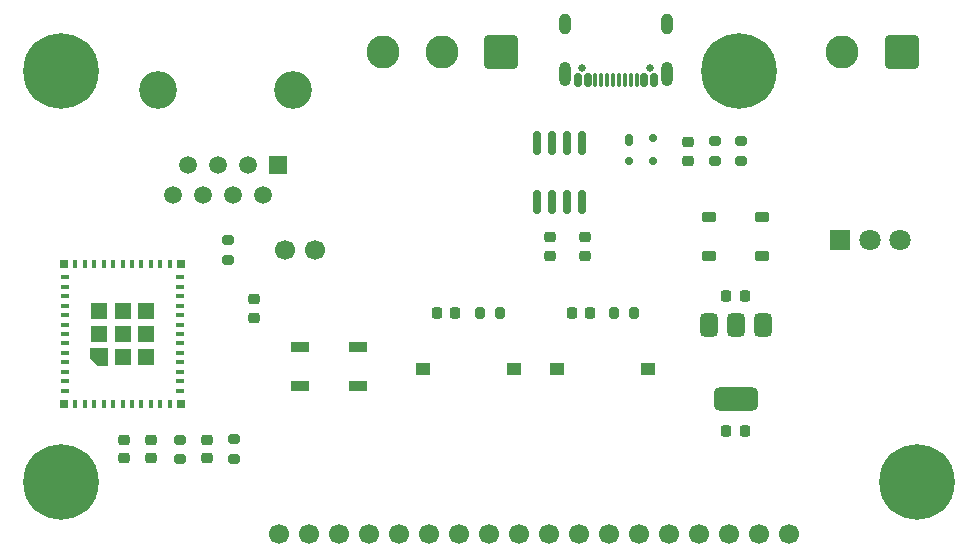
<source format=gbr>
%TF.GenerationSoftware,KiCad,Pcbnew,9.0.4*%
%TF.CreationDate,2025-09-14T05:25:08-04:00*%
%TF.ProjectId,HabitatCAN Dev Board (ESP32),48616269-7461-4744-9341-4e2044657620,3*%
%TF.SameCoordinates,Original*%
%TF.FileFunction,Soldermask,Top*%
%TF.FilePolarity,Negative*%
%FSLAX46Y46*%
G04 Gerber Fmt 4.6, Leading zero omitted, Abs format (unit mm)*
G04 Created by KiCad (PCBNEW 9.0.4) date 2025-09-14 05:25:08*
%MOMM*%
%LPD*%
G01*
G04 APERTURE LIST*
G04 Aperture macros list*
%AMRoundRect*
0 Rectangle with rounded corners*
0 $1 Rounding radius*
0 $2 $3 $4 $5 $6 $7 $8 $9 X,Y pos of 4 corners*
0 Add a 4 corners polygon primitive as box body*
4,1,4,$2,$3,$4,$5,$6,$7,$8,$9,$2,$3,0*
0 Add four circle primitives for the rounded corners*
1,1,$1+$1,$2,$3*
1,1,$1+$1,$4,$5*
1,1,$1+$1,$6,$7*
1,1,$1+$1,$8,$9*
0 Add four rect primitives between the rounded corners*
20,1,$1+$1,$2,$3,$4,$5,0*
20,1,$1+$1,$4,$5,$6,$7,0*
20,1,$1+$1,$6,$7,$8,$9,0*
20,1,$1+$1,$8,$9,$2,$3,0*%
%AMFreePoly0*
4,1,6,0.725000,-0.725000,-0.725000,-0.725000,-0.725000,0.125000,-0.125000,0.725000,0.725000,0.725000,0.725000,-0.725000,0.725000,-0.725000,$1*%
G04 Aperture macros list end*
%ADD10C,1.700000*%
%ADD11RoundRect,0.200000X0.275000X-0.200000X0.275000X0.200000X-0.275000X0.200000X-0.275000X-0.200000X0*%
%ADD12C,0.800000*%
%ADD13C,6.400000*%
%ADD14RoundRect,0.225000X0.375000X-0.225000X0.375000X0.225000X-0.375000X0.225000X-0.375000X-0.225000X0*%
%ADD15RoundRect,0.250001X1.149999X1.149999X-1.149999X1.149999X-1.149999X-1.149999X1.149999X-1.149999X0*%
%ADD16C,2.800000*%
%ADD17RoundRect,0.090000X-0.660000X-0.360000X0.660000X-0.360000X0.660000X0.360000X-0.660000X0.360000X0*%
%ADD18RoundRect,0.225000X-0.250000X0.225000X-0.250000X-0.225000X0.250000X-0.225000X0.250000X0.225000X0*%
%ADD19RoundRect,0.225000X-0.225000X-0.250000X0.225000X-0.250000X0.225000X0.250000X-0.225000X0.250000X0*%
%ADD20R,1.800000X1.800000*%
%ADD21C,1.800000*%
%ADD22RoundRect,0.200000X-0.200000X-0.275000X0.200000X-0.275000X0.200000X0.275000X-0.200000X0.275000X0*%
%ADD23RoundRect,0.225000X0.250000X-0.225000X0.250000X0.225000X-0.250000X0.225000X-0.250000X-0.225000X0*%
%ADD24RoundRect,0.375000X-0.375000X0.625000X-0.375000X-0.625000X0.375000X-0.625000X0.375000X0.625000X0*%
%ADD25RoundRect,0.500000X-1.400000X0.500000X-1.400000X-0.500000X1.400000X-0.500000X1.400000X0.500000X0*%
%ADD26RoundRect,0.175000X-0.175000X-0.325000X0.175000X-0.325000X0.175000X0.325000X-0.175000X0.325000X0*%
%ADD27RoundRect,0.150000X-0.200000X-0.150000X0.200000X-0.150000X0.200000X0.150000X-0.200000X0.150000X0*%
%ADD28R,1.250000X1.000000*%
%ADD29C,0.650000*%
%ADD30RoundRect,0.150000X0.150000X0.425000X-0.150000X0.425000X-0.150000X-0.425000X0.150000X-0.425000X0*%
%ADD31RoundRect,0.075000X0.075000X0.500000X-0.075000X0.500000X-0.075000X-0.500000X0.075000X-0.500000X0*%
%ADD32O,1.000000X2.100000*%
%ADD33O,1.000000X1.800000*%
%ADD34C,3.200000*%
%ADD35R,1.500000X1.500000*%
%ADD36C,1.500000*%
%ADD37R,0.400000X0.800000*%
%ADD38R,0.800000X0.400000*%
%ADD39FreePoly0,90.000000*%
%ADD40R,1.450000X1.450000*%
%ADD41R,0.700000X0.700000*%
%ADD42RoundRect,0.150000X0.150000X-0.825000X0.150000X0.825000X-0.150000X0.825000X-0.150000X-0.825000X0*%
G04 APERTURE END LIST*
D10*
%TO.C,J1*%
X116560000Y-126345000D03*
X119100000Y-126345000D03*
X121640000Y-126345000D03*
X124180000Y-126345000D03*
X126720000Y-126345000D03*
X129260000Y-126345000D03*
X131800000Y-126345000D03*
X134340000Y-126345000D03*
X136880000Y-126345000D03*
X139420000Y-126345000D03*
X141960000Y-126345000D03*
X144500000Y-126345000D03*
X147040000Y-126345000D03*
X149580000Y-126345000D03*
X152120000Y-126345000D03*
X154660000Y-126345000D03*
X157200000Y-126345000D03*
X159740000Y-126345000D03*
%TD*%
D11*
%TO.C,R2*%
X112302944Y-103170000D03*
X112302944Y-101520000D03*
%TD*%
D12*
%TO.C,H2*%
X95745000Y-121997944D03*
X96447944Y-120300888D03*
X96447944Y-123695000D03*
X98145000Y-119597944D03*
D13*
X98145000Y-121997944D03*
D12*
X98145000Y-124397944D03*
X99842056Y-120300888D03*
X99842056Y-123695000D03*
X100545000Y-121997944D03*
%TD*%
D14*
%TO.C,D3*%
X157500000Y-102812146D03*
X157500000Y-99512146D03*
%TD*%
D15*
%TO.C,J2*%
X135400000Y-85600000D03*
D16*
X130400000Y-85600000D03*
X125400000Y-85600000D03*
%TD*%
D17*
%TO.C,LED1*%
X118377500Y-110516250D03*
X118377500Y-113816250D03*
X123277500Y-113816250D03*
X123277500Y-110516250D03*
%TD*%
D18*
%TO.C,C5*%
X103500000Y-118390000D03*
X103500000Y-119940000D03*
%TD*%
D19*
%TO.C,C8*%
X154473219Y-106190000D03*
X156023219Y-106190000D03*
%TD*%
D14*
%TO.C,D2*%
X152961228Y-102812146D03*
X152961228Y-99512146D03*
%TD*%
D11*
%TO.C,R4*%
X108250000Y-120040000D03*
X108250000Y-118390000D03*
%TD*%
D12*
%TO.C,H1*%
X95745000Y-87147944D03*
X96447944Y-85450888D03*
X96447944Y-88845000D03*
X98145000Y-84747944D03*
D13*
X98145000Y-87147944D03*
D12*
X98145000Y-89547944D03*
X99842056Y-85450888D03*
X99842056Y-88845000D03*
X100545000Y-87147944D03*
%TD*%
D20*
%TO.C,U4*%
X164092247Y-101500000D03*
D21*
X166632247Y-101500000D03*
X169172247Y-101500000D03*
%TD*%
D22*
%TO.C,R3*%
X144972500Y-107690000D03*
X146622500Y-107690000D03*
%TD*%
D12*
%TO.C,H4*%
X153150000Y-87147056D03*
X153852944Y-85450000D03*
X153852944Y-88844112D03*
X155550000Y-84747056D03*
D13*
X155550000Y-87147056D03*
D12*
X155550000Y-89547056D03*
X157247056Y-85450000D03*
X157247056Y-88844112D03*
X157950000Y-87147056D03*
%TD*%
D23*
%TO.C,C4*%
X110500000Y-119940000D03*
X110500000Y-118390000D03*
%TD*%
D15*
%TO.C,J4*%
X169300000Y-85600000D03*
D16*
X164300000Y-85600000D03*
%TD*%
D10*
%TO.C,JP1*%
X119610444Y-102345000D03*
X117070444Y-102345000D03*
%TD*%
D11*
%TO.C,R5*%
X112750000Y-120000000D03*
X112750000Y-118350000D03*
%TD*%
D24*
%TO.C,U2*%
X157573219Y-108640000D03*
X155273219Y-108640000D03*
D25*
X155273219Y-114940000D03*
D24*
X152973219Y-108640000D03*
%TD*%
D11*
%TO.C,R7*%
X155750000Y-94750000D03*
X155750000Y-93100000D03*
%TD*%
D26*
%TO.C,D1*%
X146249987Y-93050000D03*
D27*
X146249987Y-94750000D03*
X148249987Y-94750000D03*
X148249987Y-92850000D03*
%TD*%
D23*
%TO.C,C7*%
X151249987Y-94750000D03*
X151249987Y-93200000D03*
%TD*%
D28*
%TO.C,SW1*%
X128747500Y-112440000D03*
X136497500Y-112440000D03*
%TD*%
D18*
%TO.C,C3*%
X114500000Y-106500000D03*
X114500000Y-108050000D03*
%TD*%
D29*
%TO.C,J5*%
X148008220Y-86883102D03*
X142228220Y-86883102D03*
D30*
X148318220Y-87958102D03*
X147518220Y-87958102D03*
D31*
X146368220Y-87958102D03*
X145368220Y-87958102D03*
X144868220Y-87958102D03*
X143868220Y-87958102D03*
D30*
X142718220Y-87958102D03*
X141918220Y-87958102D03*
X141918220Y-87958102D03*
X142718220Y-87958102D03*
D31*
X143368220Y-87958102D03*
X144368220Y-87958102D03*
X145868220Y-87958102D03*
X146868220Y-87958102D03*
D30*
X147518220Y-87958102D03*
X148318220Y-87958102D03*
D32*
X149438220Y-87383102D03*
D33*
X149438220Y-83203102D03*
D32*
X140798220Y-87383102D03*
D33*
X140798220Y-83203102D03*
%TD*%
D19*
%TO.C,C2*%
X141372500Y-107690000D03*
X142922500Y-107690000D03*
%TD*%
D11*
%TO.C,R6*%
X153500000Y-94750000D03*
X153500000Y-93100000D03*
%TD*%
D19*
%TO.C,C1*%
X129970000Y-107690000D03*
X131520000Y-107690000D03*
%TD*%
D12*
%TO.C,H3*%
X168199758Y-121997944D03*
X168902702Y-120300888D03*
X168902702Y-123695000D03*
X170599758Y-119597944D03*
D13*
X170599758Y-121997944D03*
D12*
X170599758Y-124397944D03*
X172296814Y-120300888D03*
X172296814Y-123695000D03*
X172999758Y-121997944D03*
%TD*%
D18*
%TO.C,C6*%
X105750000Y-118390000D03*
X105750000Y-119940000D03*
%TD*%
D22*
%TO.C,R1*%
X133620000Y-107690000D03*
X135270000Y-107690000D03*
%TD*%
D23*
%TO.C,C11*%
X142500000Y-102800000D03*
X142500000Y-101250000D03*
%TD*%
%TO.C,C10*%
X139500000Y-102800000D03*
X139500000Y-101250000D03*
%TD*%
D34*
%TO.C,J3*%
X117762944Y-88768412D03*
X106332944Y-88768412D03*
D35*
X116492944Y-95118412D03*
D36*
X115222944Y-97658412D03*
X113952944Y-95118412D03*
X112682944Y-97658412D03*
X111412944Y-95118412D03*
X110142944Y-97658412D03*
X108872944Y-95118412D03*
X107602944Y-97658412D03*
%TD*%
D28*
%TO.C,SW2*%
X140125000Y-112440000D03*
X147875000Y-112440000D03*
%TD*%
D37*
%TO.C,U1*%
X99350000Y-115340000D03*
X100150000Y-115340000D03*
X100950000Y-115340000D03*
X101750000Y-115340000D03*
X102550000Y-115340000D03*
X103350000Y-115340000D03*
X104150000Y-115340000D03*
X104950000Y-115340000D03*
X105750000Y-115340000D03*
X106550000Y-115340000D03*
X107350000Y-115340000D03*
D38*
X108250000Y-114240000D03*
X108250000Y-113440000D03*
X108250000Y-112640000D03*
X108250000Y-111840000D03*
X108250000Y-111040000D03*
X108250000Y-110240000D03*
X108250000Y-109440000D03*
X108250000Y-108640000D03*
X108250000Y-107840000D03*
X108250000Y-107040000D03*
X108250000Y-106240000D03*
X108250000Y-105440000D03*
X108250000Y-104640000D03*
D37*
X107350000Y-103540000D03*
X106550000Y-103540000D03*
X105750000Y-103540000D03*
X104950000Y-103540000D03*
X104150000Y-103540000D03*
X103350000Y-103540000D03*
X102550000Y-103540000D03*
X101750000Y-103540000D03*
X100950000Y-103540000D03*
X100150000Y-103540000D03*
X99350000Y-103540000D03*
D38*
X98450000Y-104640000D03*
X98450000Y-105440000D03*
X98450000Y-106240000D03*
X98450000Y-107040000D03*
X98450000Y-107840000D03*
X98450000Y-108640000D03*
X98450000Y-109440000D03*
X98450000Y-110240000D03*
X98450000Y-111040000D03*
X98450000Y-111840000D03*
X98450000Y-112640000D03*
X98450000Y-113440000D03*
X98450000Y-114240000D03*
D39*
X101375000Y-111415000D03*
D40*
X103350000Y-111415000D03*
X105325000Y-111415000D03*
X101375000Y-109440000D03*
X103350000Y-109440000D03*
X105325000Y-109440000D03*
X101375000Y-107465000D03*
X103350000Y-107465000D03*
X105325000Y-107465000D03*
D41*
X98400000Y-103490000D03*
X108300000Y-103490000D03*
X108300000Y-115390000D03*
X98400000Y-115390000D03*
%TD*%
D42*
%TO.C,U3*%
X138440000Y-98250000D03*
X139710000Y-98250000D03*
X140980000Y-98250000D03*
X142250000Y-98250000D03*
X142250000Y-93300000D03*
X140980000Y-93300000D03*
X139710000Y-93300000D03*
X138440000Y-93300000D03*
%TD*%
D19*
%TO.C,C9*%
X154473219Y-117690000D03*
X156023219Y-117690000D03*
%TD*%
M02*

</source>
